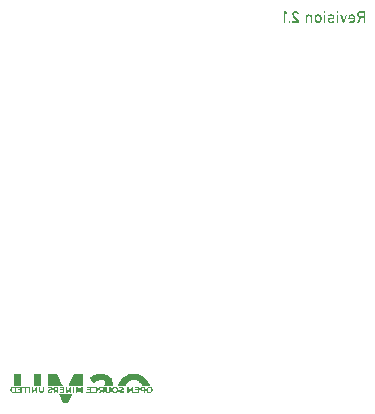
<source format=gbr>
%TF.GenerationSoftware,KiCad,Pcbnew,7.0.2*%
%TF.CreationDate,2023-12-17T17:40:20-05:00*%
%TF.ProjectId,AntSniffer,416e7453-6e69-4666-9665-722e6b696361,rev?*%
%TF.SameCoordinates,Original*%
%TF.FileFunction,Legend,Bot*%
%TF.FilePolarity,Positive*%
%FSLAX46Y46*%
G04 Gerber Fmt 4.6, Leading zero omitted, Abs format (unit mm)*
G04 Created by KiCad (PCBNEW 7.0.2) date 2023-12-17 17:40:20*
%MOMM*%
%LPD*%
G01*
G04 APERTURE LIST*
%ADD10C,0.150000*%
G04 APERTURE END LIST*
D10*
G36*
X192576685Y-39389258D02*
G01*
X192576685Y-39256634D01*
X192237676Y-39256634D01*
X192226483Y-39256262D01*
X192215711Y-39255148D01*
X192205360Y-39253291D01*
X192195429Y-39250692D01*
X192185919Y-39247349D01*
X192176830Y-39243264D01*
X192168162Y-39238436D01*
X192159915Y-39232866D01*
X192152088Y-39226552D01*
X192144682Y-39219496D01*
X192139978Y-39214380D01*
X192133387Y-39206171D01*
X192127445Y-39197481D01*
X192122150Y-39188311D01*
X192117504Y-39178659D01*
X192113506Y-39168527D01*
X192110157Y-39157914D01*
X192107456Y-39146820D01*
X192105403Y-39135245D01*
X192103998Y-39123189D01*
X192103242Y-39110653D01*
X192103098Y-39102028D01*
X192103422Y-39089217D01*
X192104394Y-39076886D01*
X192106015Y-39065037D01*
X192108284Y-39053668D01*
X192111201Y-39042780D01*
X192114767Y-39032373D01*
X192118981Y-39022447D01*
X192123843Y-39013001D01*
X192129354Y-39004037D01*
X192135512Y-38995553D01*
X192139978Y-38990165D01*
X192147104Y-38982570D01*
X192154650Y-38975722D01*
X192162617Y-38969621D01*
X192171005Y-38964267D01*
X192179813Y-38959661D01*
X192189043Y-38955801D01*
X192198693Y-38952688D01*
X192208763Y-38950323D01*
X192219255Y-38948704D01*
X192230167Y-38947833D01*
X192237676Y-38947666D01*
X192576685Y-38947666D01*
X192576685Y-38815043D01*
X192243049Y-38815043D01*
X192232296Y-38815183D01*
X192221712Y-38815604D01*
X192211298Y-38816305D01*
X192201054Y-38817287D01*
X192190980Y-38818549D01*
X192181076Y-38820092D01*
X192171342Y-38821915D01*
X192161777Y-38824019D01*
X192147749Y-38827700D01*
X192134102Y-38832013D01*
X192120838Y-38836957D01*
X192107956Y-38842531D01*
X192095456Y-38848737D01*
X192091374Y-38850946D01*
X192079448Y-38857927D01*
X192068033Y-38865406D01*
X192057128Y-38873383D01*
X192046735Y-38881858D01*
X192036852Y-38890831D01*
X192027481Y-38900302D01*
X192018620Y-38910272D01*
X192010270Y-38920739D01*
X192002431Y-38931704D01*
X191995103Y-38943167D01*
X191990502Y-38951086D01*
X191984085Y-38963328D01*
X191978300Y-38975964D01*
X191973146Y-38988996D01*
X191968623Y-39002423D01*
X191964731Y-39016244D01*
X191961470Y-39030461D01*
X191959647Y-39040158D01*
X191958104Y-39050031D01*
X191956842Y-39060079D01*
X191955860Y-39070303D01*
X191955159Y-39080703D01*
X191954738Y-39091277D01*
X191954598Y-39102028D01*
X191954740Y-39112721D01*
X191955167Y-39123247D01*
X191955878Y-39133604D01*
X191956873Y-39143793D01*
X191958152Y-39153815D01*
X191959716Y-39163669D01*
X191961564Y-39173355D01*
X191964869Y-39187568D01*
X191968814Y-39201404D01*
X191973398Y-39214862D01*
X191978623Y-39227943D01*
X191984487Y-39240645D01*
X191990990Y-39252970D01*
X191998019Y-39264809D01*
X192005550Y-39276145D01*
X192013584Y-39286980D01*
X192022120Y-39297312D01*
X192031158Y-39307141D01*
X192040698Y-39316468D01*
X192050741Y-39325293D01*
X192061286Y-39333616D01*
X192072334Y-39341436D01*
X192083884Y-39348754D01*
X192091863Y-39353354D01*
X192104148Y-39359770D01*
X192116824Y-39365556D01*
X192129891Y-39370710D01*
X192143348Y-39375233D01*
X192157196Y-39379125D01*
X192171435Y-39382385D01*
X192181145Y-39384209D01*
X192191028Y-39385751D01*
X192201085Y-39387014D01*
X192211315Y-39387995D01*
X192221720Y-39388697D01*
X192232297Y-39389117D01*
X192243049Y-39389258D01*
X192576685Y-39389258D01*
G37*
G36*
X192637501Y-39809600D02*
G01*
X192637501Y-38815043D01*
X192498038Y-38815043D01*
X192498038Y-39809600D01*
X192637501Y-39809600D01*
G37*
G36*
X192078429Y-39809600D02*
G01*
X192306064Y-39358483D01*
X192167334Y-39326976D01*
X191912833Y-39809600D01*
X192078429Y-39809600D01*
G37*
G36*
X191475638Y-39819858D02*
G01*
X191493908Y-39819535D01*
X191511656Y-39818568D01*
X191528881Y-39816955D01*
X191545583Y-39814698D01*
X191561762Y-39811796D01*
X191577418Y-39808249D01*
X191592552Y-39804056D01*
X191607163Y-39799219D01*
X191621251Y-39793737D01*
X191634816Y-39787610D01*
X191647858Y-39780838D01*
X191660377Y-39773421D01*
X191672374Y-39765359D01*
X191683847Y-39756652D01*
X191694798Y-39747300D01*
X191705226Y-39737304D01*
X191715075Y-39726682D01*
X191724289Y-39715516D01*
X191732867Y-39703807D01*
X191740809Y-39691554D01*
X191748117Y-39678757D01*
X191754788Y-39665416D01*
X191760825Y-39651531D01*
X191766226Y-39637103D01*
X191770991Y-39622131D01*
X191775122Y-39606615D01*
X191778616Y-39590555D01*
X191781476Y-39573951D01*
X191783700Y-39556803D01*
X191785288Y-39539112D01*
X191786241Y-39520877D01*
X191786559Y-39502098D01*
X191786559Y-39421986D01*
X191786483Y-39412149D01*
X191785872Y-39392896D01*
X191784651Y-39374204D01*
X191782819Y-39356072D01*
X191780377Y-39338502D01*
X191777324Y-39321493D01*
X191773660Y-39305045D01*
X191769386Y-39289158D01*
X191764501Y-39273831D01*
X191759005Y-39259066D01*
X191752899Y-39244862D01*
X191746183Y-39231219D01*
X191738855Y-39218136D01*
X191730917Y-39205615D01*
X191722369Y-39193655D01*
X191713210Y-39182256D01*
X191708401Y-39176766D01*
X191698352Y-39166237D01*
X191687805Y-39156387D01*
X191676759Y-39147217D01*
X191665216Y-39138725D01*
X191653175Y-39130914D01*
X191640635Y-39123781D01*
X191627598Y-39117327D01*
X191614063Y-39111553D01*
X191600029Y-39106459D01*
X191585498Y-39102043D01*
X191570468Y-39098307D01*
X191554940Y-39095250D01*
X191538915Y-39092873D01*
X191522391Y-39091174D01*
X191505370Y-39090155D01*
X191487850Y-39089816D01*
X191471326Y-39090200D01*
X191455278Y-39091354D01*
X191439705Y-39093276D01*
X191424606Y-39095968D01*
X191409983Y-39099428D01*
X191395835Y-39103658D01*
X191382163Y-39108656D01*
X191368965Y-39114423D01*
X191356242Y-39120960D01*
X191343995Y-39128265D01*
X191332222Y-39136339D01*
X191320925Y-39145183D01*
X191310103Y-39154795D01*
X191299756Y-39165176D01*
X191289885Y-39176326D01*
X191280488Y-39188246D01*
X191271585Y-39200860D01*
X191263257Y-39214093D01*
X191255504Y-39227948D01*
X191248324Y-39242422D01*
X191241719Y-39257516D01*
X191235688Y-39273231D01*
X191230232Y-39289565D01*
X191225350Y-39306520D01*
X191221042Y-39324095D01*
X191217309Y-39342290D01*
X191214150Y-39361106D01*
X191211566Y-39380541D01*
X191210489Y-39390491D01*
X191209555Y-39400597D01*
X191208766Y-39410857D01*
X191208119Y-39421272D01*
X191207617Y-39431843D01*
X191207258Y-39442568D01*
X191207043Y-39453449D01*
X191206971Y-39464484D01*
X191206971Y-39510890D01*
X191685442Y-39510890D01*
X191685442Y-39398783D01*
X191339595Y-39398783D01*
X191340485Y-39388154D01*
X191341629Y-39377820D01*
X191343026Y-39367782D01*
X191344678Y-39358040D01*
X191347631Y-39343982D01*
X191351155Y-39330589D01*
X191355250Y-39317861D01*
X191359916Y-39305799D01*
X191365154Y-39294402D01*
X191370962Y-39283671D01*
X191377341Y-39273605D01*
X191384291Y-39264205D01*
X191391759Y-39255519D01*
X191399690Y-39247687D01*
X191408085Y-39240710D01*
X191416943Y-39234587D01*
X191426266Y-39229318D01*
X191436051Y-39224904D01*
X191446301Y-39221344D01*
X191457014Y-39218639D01*
X191468191Y-39216788D01*
X191479832Y-39215791D01*
X191487850Y-39215601D01*
X191502289Y-39216058D01*
X191516114Y-39217430D01*
X191529326Y-39219716D01*
X191541923Y-39222917D01*
X191553907Y-39227032D01*
X191565276Y-39232062D01*
X191576031Y-39238006D01*
X191586173Y-39244864D01*
X191595701Y-39252637D01*
X191604614Y-39261325D01*
X191610216Y-39267625D01*
X191618029Y-39277713D01*
X191625073Y-39288562D01*
X191631350Y-39300170D01*
X191636857Y-39312539D01*
X191641596Y-39325667D01*
X191645567Y-39339555D01*
X191647787Y-39349236D01*
X191649666Y-39359255D01*
X191651203Y-39369611D01*
X191652398Y-39380305D01*
X191653252Y-39391337D01*
X191653764Y-39402707D01*
X191653935Y-39414415D01*
X191653935Y-39504784D01*
X191653753Y-39515646D01*
X191653206Y-39526186D01*
X191652295Y-39536406D01*
X191651020Y-39546306D01*
X191648423Y-39560554D01*
X191645006Y-39574081D01*
X191640769Y-39586886D01*
X191635712Y-39598971D01*
X191629835Y-39610334D01*
X191623139Y-39620975D01*
X191615622Y-39630896D01*
X191607285Y-39640095D01*
X191598159Y-39648519D01*
X191588368Y-39656115D01*
X191577912Y-39662882D01*
X191566790Y-39668820D01*
X191555003Y-39673930D01*
X191542550Y-39678211D01*
X191529432Y-39681664D01*
X191515648Y-39684288D01*
X191501199Y-39686083D01*
X191491196Y-39686820D01*
X191480898Y-39687188D01*
X191475638Y-39687234D01*
X191465029Y-39686967D01*
X191454450Y-39686165D01*
X191443902Y-39684830D01*
X191433384Y-39682960D01*
X191422897Y-39680555D01*
X191412440Y-39677617D01*
X191402014Y-39674144D01*
X191391618Y-39670137D01*
X191381314Y-39665649D01*
X191371285Y-39660733D01*
X191361531Y-39655391D01*
X191352051Y-39649620D01*
X191342846Y-39643423D01*
X191333916Y-39636798D01*
X191325261Y-39629745D01*
X191316880Y-39622265D01*
X191225289Y-39713856D01*
X191235295Y-39723136D01*
X191245528Y-39732017D01*
X191255988Y-39740499D01*
X191266677Y-39748581D01*
X191277592Y-39756264D01*
X191288736Y-39763547D01*
X191300107Y-39770432D01*
X191311705Y-39776917D01*
X191323531Y-39783003D01*
X191335585Y-39788689D01*
X191343747Y-39792258D01*
X191356029Y-39797191D01*
X191368327Y-39801638D01*
X191380644Y-39805600D01*
X191392977Y-39809077D01*
X191405327Y-39812068D01*
X191417695Y-39814575D01*
X191430080Y-39816596D01*
X191442482Y-39818133D01*
X191454901Y-39819184D01*
X191467337Y-39819750D01*
X191475638Y-39819858D01*
G37*
G36*
X190799085Y-39606634D02*
G01*
X190625429Y-39100074D01*
X190479860Y-39100074D01*
X190746329Y-39809600D01*
X190851842Y-39809600D01*
X191118311Y-39100074D01*
X190972742Y-39100074D01*
X190799085Y-39606634D01*
G37*
G36*
X190343572Y-38954994D02*
G01*
X190343572Y-38815775D01*
X190204110Y-38815775D01*
X190204110Y-38954994D01*
X190343572Y-38954994D01*
G37*
G36*
X190343572Y-39809600D02*
G01*
X190343572Y-39100074D01*
X190204110Y-39100074D01*
X190204110Y-39809600D01*
X190343572Y-39809600D01*
G37*
G36*
X189742002Y-39819858D02*
G01*
X189753719Y-39819750D01*
X189765301Y-39819426D01*
X189776747Y-39818887D01*
X189788057Y-39818133D01*
X189799232Y-39817162D01*
X189810272Y-39815977D01*
X189821176Y-39814575D01*
X189831945Y-39812958D01*
X189842578Y-39811125D01*
X189853075Y-39809077D01*
X189863438Y-39806813D01*
X189873664Y-39804333D01*
X189883756Y-39801638D01*
X189893711Y-39798727D01*
X189903532Y-39795600D01*
X189913216Y-39792258D01*
X189922770Y-39788671D01*
X189932199Y-39784870D01*
X189941501Y-39780855D01*
X189950677Y-39776627D01*
X189959727Y-39772185D01*
X189968652Y-39767529D01*
X189977450Y-39762659D01*
X189986123Y-39757576D01*
X189994669Y-39752279D01*
X190003090Y-39746768D01*
X190011385Y-39741044D01*
X190019554Y-39735105D01*
X190027596Y-39728954D01*
X190035513Y-39722588D01*
X190043304Y-39716009D01*
X190050969Y-39709216D01*
X189968171Y-39607366D01*
X189957330Y-39615373D01*
X189946515Y-39622997D01*
X189935726Y-39630239D01*
X189924963Y-39637099D01*
X189914225Y-39643577D01*
X189903513Y-39649673D01*
X189892827Y-39655387D01*
X189882167Y-39660718D01*
X189871532Y-39665668D01*
X189860924Y-39670235D01*
X189853865Y-39673068D01*
X189843295Y-39676952D01*
X189832742Y-39680455D01*
X189822206Y-39683576D01*
X189811688Y-39686314D01*
X189801186Y-39688670D01*
X189790702Y-39690645D01*
X189780235Y-39692237D01*
X189769785Y-39693447D01*
X189759352Y-39694275D01*
X189748936Y-39694720D01*
X189742002Y-39694805D01*
X189731815Y-39694705D01*
X189721951Y-39694405D01*
X189707765Y-39693578D01*
X189694308Y-39692301D01*
X189681581Y-39690573D01*
X189669584Y-39688394D01*
X189658317Y-39685764D01*
X189647780Y-39682684D01*
X189637972Y-39679153D01*
X189628895Y-39675171D01*
X189617927Y-39669160D01*
X189608252Y-39662348D01*
X189599868Y-39654734D01*
X189592774Y-39646319D01*
X189586969Y-39637103D01*
X189582454Y-39627085D01*
X189579230Y-39616266D01*
X189577295Y-39604645D01*
X189576650Y-39592223D01*
X189577324Y-39580425D01*
X189579345Y-39569760D01*
X189582714Y-39560227D01*
X189588536Y-39550284D01*
X189596298Y-39541972D01*
X189604249Y-39536292D01*
X189613297Y-39531382D01*
X189623192Y-39527032D01*
X189633934Y-39523244D01*
X189645522Y-39520015D01*
X189655403Y-39517836D01*
X189665825Y-39516016D01*
X189676789Y-39514554D01*
X189688066Y-39513299D01*
X189699550Y-39512096D01*
X189711239Y-39510948D01*
X189723134Y-39509852D01*
X189735236Y-39508811D01*
X189747543Y-39507822D01*
X189760057Y-39506887D01*
X189772777Y-39506006D01*
X189783516Y-39505094D01*
X189794240Y-39504067D01*
X189804948Y-39502926D01*
X189815641Y-39501670D01*
X189826319Y-39500300D01*
X189836982Y-39498816D01*
X189847630Y-39497217D01*
X189858262Y-39495503D01*
X189868711Y-39493549D01*
X189878931Y-39491229D01*
X189888922Y-39488542D01*
X189898684Y-39485489D01*
X189908217Y-39482070D01*
X189917521Y-39478284D01*
X189926596Y-39474132D01*
X189935442Y-39469613D01*
X189943957Y-39464629D01*
X189952036Y-39459080D01*
X189959680Y-39452967D01*
X189966889Y-39446288D01*
X189973663Y-39439045D01*
X189980002Y-39431237D01*
X189985905Y-39422864D01*
X189991374Y-39413926D01*
X189996240Y-39404256D01*
X190000457Y-39393807D01*
X190004025Y-39382579D01*
X190006945Y-39370573D01*
X190009215Y-39357788D01*
X190010493Y-39347689D01*
X190011405Y-39337152D01*
X190011952Y-39326177D01*
X190012135Y-39314763D01*
X190011865Y-39300881D01*
X190011055Y-39287443D01*
X190009705Y-39274449D01*
X190007815Y-39261900D01*
X190005385Y-39249796D01*
X190002415Y-39238136D01*
X189998905Y-39226921D01*
X189994855Y-39216150D01*
X189990265Y-39205825D01*
X189985134Y-39195943D01*
X189979464Y-39186506D01*
X189973254Y-39177514D01*
X189966504Y-39168967D01*
X189959214Y-39160864D01*
X189951384Y-39153205D01*
X189943014Y-39145992D01*
X189934110Y-39139189D01*
X189924677Y-39132825D01*
X189914715Y-39126901D01*
X189904225Y-39121415D01*
X189893207Y-39116368D01*
X189881659Y-39111760D01*
X189869584Y-39107590D01*
X189856979Y-39103860D01*
X189843847Y-39100568D01*
X189830185Y-39097716D01*
X189815995Y-39095302D01*
X189801277Y-39093327D01*
X189786030Y-39091791D01*
X189770254Y-39090694D01*
X189753950Y-39090035D01*
X189737117Y-39089816D01*
X189726751Y-39089905D01*
X189716475Y-39090171D01*
X189706288Y-39090614D01*
X189696191Y-39091235D01*
X189686184Y-39092034D01*
X189676266Y-39093010D01*
X189666439Y-39094164D01*
X189656700Y-39095494D01*
X189642261Y-39097824D01*
X189628024Y-39100552D01*
X189613988Y-39103680D01*
X189600154Y-39107207D01*
X189586522Y-39111133D01*
X189582023Y-39112530D01*
X189568639Y-39116954D01*
X189555413Y-39121798D01*
X189542346Y-39127063D01*
X189529438Y-39132749D01*
X189516689Y-39138856D01*
X189504099Y-39145383D01*
X189491668Y-39152331D01*
X189479395Y-39159700D01*
X189467282Y-39167489D01*
X189455327Y-39175700D01*
X189447445Y-39181407D01*
X189531465Y-39283256D01*
X189541435Y-39276995D01*
X189551380Y-39271034D01*
X189561299Y-39265374D01*
X189571192Y-39260015D01*
X189581060Y-39254956D01*
X189590902Y-39250198D01*
X189600718Y-39245740D01*
X189610508Y-39241582D01*
X189620272Y-39237725D01*
X189630011Y-39234169D01*
X189636489Y-39231965D01*
X189646131Y-39228910D01*
X189655729Y-39226155D01*
X189665285Y-39223701D01*
X189677959Y-39220896D01*
X189690556Y-39218625D01*
X189703077Y-39216888D01*
X189715522Y-39215686D01*
X189727891Y-39215018D01*
X189737117Y-39214868D01*
X189750176Y-39215083D01*
X189762608Y-39215727D01*
X189774413Y-39216800D01*
X189785592Y-39218303D01*
X189796143Y-39220235D01*
X189806068Y-39222596D01*
X189818326Y-39226412D01*
X189829470Y-39230992D01*
X189839499Y-39236335D01*
X189844096Y-39239292D01*
X189852396Y-39245715D01*
X189859590Y-39252894D01*
X189865677Y-39260828D01*
X189870657Y-39269518D01*
X189874531Y-39278963D01*
X189877297Y-39289164D01*
X189878958Y-39300120D01*
X189879511Y-39311833D01*
X189878644Y-39323287D01*
X189876042Y-39333471D01*
X189871706Y-39342384D01*
X189864454Y-39351176D01*
X189856360Y-39357336D01*
X189854842Y-39358239D01*
X189845042Y-39363116D01*
X189834143Y-39367306D01*
X189824220Y-39370273D01*
X189813535Y-39372764D01*
X189802086Y-39374777D01*
X189792377Y-39376044D01*
X189789874Y-39376313D01*
X189779700Y-39377282D01*
X189769327Y-39378236D01*
X189758756Y-39379175D01*
X189747986Y-39380098D01*
X189737018Y-39381007D01*
X189725852Y-39381900D01*
X189714487Y-39382777D01*
X189702923Y-39383640D01*
X189691852Y-39384438D01*
X189680743Y-39385365D01*
X189669596Y-39386422D01*
X189658410Y-39387609D01*
X189647186Y-39388926D01*
X189635924Y-39390372D01*
X189624624Y-39391948D01*
X189613286Y-39393654D01*
X189601986Y-39395635D01*
X189590923Y-39398035D01*
X189580096Y-39400855D01*
X189569506Y-39404095D01*
X189559152Y-39407755D01*
X189549035Y-39411835D01*
X189539155Y-39416334D01*
X189529511Y-39421253D01*
X189520161Y-39426692D01*
X189511284Y-39432748D01*
X189502881Y-39439423D01*
X189494951Y-39446716D01*
X189487493Y-39454627D01*
X189480510Y-39463156D01*
X189473999Y-39472304D01*
X189467962Y-39482070D01*
X189462523Y-39492607D01*
X189457810Y-39504067D01*
X189453822Y-39516451D01*
X189451307Y-39526345D01*
X189449200Y-39536758D01*
X189447500Y-39547691D01*
X189446209Y-39559144D01*
X189445325Y-39571116D01*
X189444849Y-39583607D01*
X189444759Y-39592223D01*
X189445049Y-39606258D01*
X189445919Y-39619846D01*
X189447369Y-39632987D01*
X189449399Y-39645682D01*
X189452010Y-39657930D01*
X189455200Y-39669732D01*
X189458970Y-39681088D01*
X189463321Y-39691997D01*
X189468252Y-39702459D01*
X189473762Y-39712475D01*
X189479853Y-39722044D01*
X189486524Y-39731167D01*
X189493775Y-39739843D01*
X189501606Y-39748073D01*
X189510017Y-39755857D01*
X189519008Y-39763193D01*
X189528552Y-39770055D01*
X189538681Y-39776474D01*
X189549397Y-39782450D01*
X189560698Y-39787984D01*
X189572584Y-39793075D01*
X189585057Y-39797723D01*
X189598115Y-39801929D01*
X189611760Y-39805692D01*
X189625990Y-39809012D01*
X189640805Y-39811889D01*
X189656207Y-39814324D01*
X189672194Y-39816316D01*
X189688768Y-39817866D01*
X189705927Y-39818972D01*
X189723672Y-39819636D01*
X189742002Y-39819858D01*
G37*
G36*
X189266950Y-38954994D02*
G01*
X189266950Y-38815775D01*
X189127487Y-38815775D01*
X189127487Y-38954994D01*
X189266950Y-38954994D01*
G37*
G36*
X189266950Y-39809600D02*
G01*
X189266950Y-39100074D01*
X189127487Y-39100074D01*
X189127487Y-39809600D01*
X189266950Y-39809600D01*
G37*
G36*
X188661318Y-39090129D02*
G01*
X188678015Y-39091068D01*
X188694222Y-39092632D01*
X188709939Y-39094823D01*
X188725165Y-39097639D01*
X188739900Y-39101082D01*
X188754146Y-39105150D01*
X188767901Y-39109844D01*
X188781165Y-39115164D01*
X188793939Y-39121109D01*
X188806223Y-39127681D01*
X188818016Y-39134879D01*
X188829319Y-39142702D01*
X188840132Y-39151151D01*
X188850454Y-39160226D01*
X188860285Y-39169927D01*
X188869543Y-39180168D01*
X188878203Y-39190921D01*
X188886266Y-39202188D01*
X188893731Y-39213968D01*
X188900600Y-39226261D01*
X188906871Y-39239067D01*
X188912545Y-39252387D01*
X188917621Y-39266220D01*
X188922101Y-39280567D01*
X188925983Y-39295426D01*
X188929268Y-39310799D01*
X188931955Y-39326686D01*
X188934046Y-39343085D01*
X188935539Y-39359998D01*
X188936435Y-39377424D01*
X188936733Y-39395364D01*
X188936733Y-39510890D01*
X188936435Y-39529012D01*
X188935539Y-39546619D01*
X188934046Y-39563710D01*
X188931955Y-39580286D01*
X188929268Y-39596347D01*
X188925983Y-39611893D01*
X188922101Y-39626923D01*
X188917621Y-39641438D01*
X188912545Y-39655438D01*
X188906871Y-39668923D01*
X188900600Y-39681893D01*
X188893731Y-39694347D01*
X188886266Y-39706287D01*
X188878203Y-39717711D01*
X188869543Y-39728620D01*
X188860285Y-39739013D01*
X188850454Y-39748803D01*
X188840132Y-39757961D01*
X188829319Y-39766488D01*
X188818016Y-39774383D01*
X188806223Y-39781646D01*
X188793939Y-39788278D01*
X188781165Y-39794278D01*
X188767901Y-39799647D01*
X188754146Y-39804384D01*
X188739900Y-39808489D01*
X188725165Y-39811963D01*
X188709939Y-39814805D01*
X188694222Y-39817016D01*
X188678015Y-39818595D01*
X188661318Y-39819542D01*
X188644131Y-39819858D01*
X188626944Y-39819544D01*
X188610249Y-39818602D01*
X188594047Y-39817033D01*
X188578338Y-39814835D01*
X188563120Y-39812010D01*
X188548395Y-39808558D01*
X188534162Y-39804477D01*
X188520422Y-39799769D01*
X188507173Y-39794433D01*
X188494417Y-39788469D01*
X188482154Y-39781877D01*
X188470382Y-39774658D01*
X188459103Y-39766810D01*
X188448316Y-39758335D01*
X188438022Y-39749232D01*
X188428220Y-39739502D01*
X188418933Y-39729200D01*
X188410245Y-39718382D01*
X188402156Y-39707050D01*
X188394667Y-39695202D01*
X188387777Y-39682839D01*
X188381486Y-39669961D01*
X188375794Y-39656568D01*
X188370701Y-39642660D01*
X188366207Y-39628236D01*
X188362312Y-39613297D01*
X188359017Y-39597843D01*
X188356321Y-39581874D01*
X188354224Y-39565389D01*
X188352726Y-39548389D01*
X188351827Y-39530875D01*
X188351528Y-39512844D01*
X188490990Y-39512844D01*
X188491029Y-39517983D01*
X188491342Y-39528045D01*
X188491968Y-39537819D01*
X188493494Y-39551939D01*
X188495723Y-39565410D01*
X188498657Y-39578234D01*
X188502295Y-39590409D01*
X188506637Y-39601936D01*
X188511683Y-39612814D01*
X188517433Y-39623045D01*
X188523888Y-39632627D01*
X188531046Y-39641560D01*
X188536182Y-39647091D01*
X188544369Y-39654718D01*
X188553135Y-39661543D01*
X188562481Y-39667564D01*
X188572406Y-39672782D01*
X188582911Y-39677198D01*
X188593996Y-39680811D01*
X188605660Y-39683621D01*
X188617904Y-39685628D01*
X188630727Y-39686832D01*
X188644131Y-39687234D01*
X188653072Y-39687055D01*
X188666012Y-39686119D01*
X188678386Y-39684379D01*
X188690192Y-39681837D01*
X188701432Y-39678492D01*
X188712105Y-39674344D01*
X188722212Y-39669393D01*
X188731752Y-39663639D01*
X188740725Y-39657082D01*
X188749131Y-39649723D01*
X188756971Y-39641560D01*
X188759450Y-39638655D01*
X188766416Y-39629505D01*
X188772674Y-39619707D01*
X188778223Y-39609260D01*
X188783063Y-39598166D01*
X188787196Y-39586423D01*
X188790620Y-39574031D01*
X188793335Y-39560992D01*
X188795342Y-39547304D01*
X188796641Y-39532968D01*
X188797113Y-39523050D01*
X188797271Y-39512844D01*
X188797271Y-39395364D01*
X188797231Y-39390226D01*
X188796917Y-39380172D01*
X188796287Y-39370413D01*
X188794752Y-39356331D01*
X188792509Y-39342913D01*
X188789557Y-39330161D01*
X188785897Y-39318075D01*
X188781529Y-39306654D01*
X188776452Y-39295898D01*
X188770666Y-39285808D01*
X188764173Y-39276384D01*
X188756971Y-39267625D01*
X188751807Y-39262153D01*
X188743590Y-39254607D01*
X188734806Y-39247856D01*
X188725455Y-39241899D01*
X188715537Y-39236736D01*
X188705053Y-39232368D01*
X188694002Y-39228794D01*
X188682384Y-39226014D01*
X188670200Y-39224028D01*
X188657448Y-39222837D01*
X188644131Y-39222440D01*
X188635131Y-39222616D01*
X188622114Y-39223543D01*
X188609677Y-39225264D01*
X188597820Y-39227779D01*
X188586542Y-39231088D01*
X188575843Y-39235192D01*
X188565725Y-39240090D01*
X188556186Y-39245782D01*
X188547226Y-39252269D01*
X188538846Y-39259550D01*
X188531046Y-39267625D01*
X188528582Y-39270470D01*
X188521658Y-39279451D01*
X188515438Y-39289098D01*
X188509923Y-39299410D01*
X188505112Y-39310387D01*
X188501004Y-39322030D01*
X188497601Y-39334338D01*
X188494902Y-39347312D01*
X188492907Y-39360951D01*
X188491616Y-39375256D01*
X188491147Y-39385162D01*
X188490990Y-39395364D01*
X188490990Y-39512844D01*
X188351528Y-39512844D01*
X188351528Y-39395364D01*
X188351827Y-39377424D01*
X188352726Y-39359998D01*
X188354224Y-39343085D01*
X188356321Y-39326686D01*
X188359017Y-39310799D01*
X188362312Y-39295426D01*
X188366207Y-39280567D01*
X188370701Y-39266220D01*
X188375794Y-39252387D01*
X188381486Y-39239067D01*
X188387777Y-39226261D01*
X188394667Y-39213968D01*
X188402156Y-39202188D01*
X188410245Y-39190921D01*
X188418933Y-39180168D01*
X188428220Y-39169927D01*
X188438022Y-39160226D01*
X188448316Y-39151151D01*
X188459103Y-39142702D01*
X188470382Y-39134879D01*
X188482154Y-39127681D01*
X188494417Y-39121109D01*
X188507173Y-39115164D01*
X188520422Y-39109844D01*
X188534162Y-39105150D01*
X188548395Y-39101082D01*
X188563120Y-39097639D01*
X188578338Y-39094823D01*
X188594047Y-39092632D01*
X188610249Y-39091068D01*
X188626944Y-39090129D01*
X188644131Y-39089816D01*
X188661318Y-39090129D01*
G37*
G36*
X188154179Y-39809600D02*
G01*
X188154179Y-39100074D01*
X188014717Y-39100074D01*
X188014717Y-39809600D01*
X188154179Y-39809600D01*
G37*
G36*
X187723579Y-39809600D02*
G01*
X187723579Y-39379732D01*
X187723918Y-39365928D01*
X187724936Y-39352724D01*
X187726632Y-39340122D01*
X187729006Y-39328121D01*
X187732059Y-39316720D01*
X187735789Y-39305921D01*
X187740199Y-39295723D01*
X187745286Y-39286126D01*
X187751052Y-39277130D01*
X187757497Y-39268735D01*
X187762170Y-39263472D01*
X187769691Y-39256139D01*
X187777783Y-39249528D01*
X187786446Y-39243637D01*
X187795681Y-39238468D01*
X187805486Y-39234020D01*
X187815862Y-39230294D01*
X187826809Y-39227288D01*
X187838328Y-39225004D01*
X187850417Y-39223441D01*
X187863077Y-39222600D01*
X187871835Y-39222440D01*
X187884385Y-39222757D01*
X187896390Y-39223711D01*
X187907849Y-39225299D01*
X187918764Y-39227523D01*
X187929133Y-39230382D01*
X187938957Y-39233877D01*
X187948235Y-39238007D01*
X187956969Y-39242773D01*
X187965157Y-39248174D01*
X187975226Y-39256364D01*
X187977592Y-39258588D01*
X187986293Y-39268086D01*
X187993834Y-39278509D01*
X188000215Y-39289855D01*
X188004239Y-39298970D01*
X188007611Y-39308605D01*
X188010330Y-39318759D01*
X188012396Y-39329433D01*
X188013810Y-39340627D01*
X188014572Y-39352340D01*
X188014717Y-39360437D01*
X188029127Y-39223661D01*
X188022812Y-39211876D01*
X188016141Y-39200611D01*
X188009114Y-39189866D01*
X188001730Y-39179640D01*
X187993990Y-39169933D01*
X187985893Y-39160746D01*
X187977440Y-39152079D01*
X187968631Y-39143931D01*
X187959466Y-39136302D01*
X187949944Y-39129193D01*
X187943398Y-39124743D01*
X187933361Y-39118501D01*
X187923128Y-39112873D01*
X187912696Y-39107859D01*
X187902067Y-39103459D01*
X187891241Y-39099673D01*
X187880217Y-39096501D01*
X187868996Y-39093943D01*
X187857577Y-39091999D01*
X187845961Y-39090669D01*
X187834147Y-39089952D01*
X187826161Y-39089816D01*
X187811925Y-39090111D01*
X187798096Y-39090995D01*
X187784676Y-39092469D01*
X187771665Y-39094533D01*
X187759061Y-39097186D01*
X187746866Y-39100429D01*
X187735080Y-39104261D01*
X187723701Y-39108684D01*
X187712731Y-39113695D01*
X187702170Y-39119297D01*
X187692017Y-39125488D01*
X187682272Y-39132268D01*
X187672935Y-39139639D01*
X187664007Y-39147598D01*
X187655487Y-39156148D01*
X187647375Y-39165287D01*
X187639715Y-39174966D01*
X187632549Y-39185135D01*
X187625877Y-39195795D01*
X187619700Y-39206946D01*
X187614016Y-39218586D01*
X187608827Y-39230717D01*
X187604132Y-39243339D01*
X187599931Y-39256451D01*
X187596225Y-39270053D01*
X187593012Y-39284145D01*
X187590294Y-39298728D01*
X187588070Y-39313802D01*
X187586341Y-39329366D01*
X187585105Y-39345420D01*
X187584364Y-39361964D01*
X187584117Y-39378999D01*
X187584117Y-39809600D01*
X187723579Y-39809600D01*
G37*
G36*
X187019427Y-39809600D02*
G01*
X187019427Y-39688699D01*
X186672847Y-39226592D01*
X186665542Y-39216601D01*
X186658650Y-39206533D01*
X186652170Y-39196390D01*
X186646102Y-39186170D01*
X186640446Y-39175873D01*
X186635203Y-39165501D01*
X186630371Y-39155052D01*
X186625952Y-39144526D01*
X186622002Y-39133978D01*
X186618579Y-39123582D01*
X186615682Y-39113339D01*
X186613312Y-39103249D01*
X186611469Y-39093312D01*
X186610152Y-39083527D01*
X186609247Y-39071510D01*
X186609099Y-39064415D01*
X186609099Y-39063193D01*
X186609406Y-39052255D01*
X186610327Y-39041790D01*
X186611862Y-39031796D01*
X186614863Y-39019206D01*
X186618956Y-39007456D01*
X186624141Y-38996545D01*
X186630417Y-38986474D01*
X186637784Y-38977242D01*
X186644026Y-38970870D01*
X186653216Y-38963142D01*
X186663321Y-38956444D01*
X186674343Y-38950777D01*
X186686280Y-38946140D01*
X186695834Y-38943339D01*
X186705903Y-38941117D01*
X186716488Y-38939475D01*
X186727587Y-38938412D01*
X186739202Y-38937929D01*
X186743188Y-38937897D01*
X186754261Y-38938212D01*
X186764947Y-38939159D01*
X186775247Y-38940737D01*
X186785160Y-38942946D01*
X186794687Y-38945786D01*
X186803827Y-38949257D01*
X186815414Y-38954867D01*
X186826313Y-38961599D01*
X186836525Y-38969453D01*
X186841374Y-38973800D01*
X186848213Y-38980794D01*
X186854532Y-38988312D01*
X186860331Y-38996353D01*
X186865611Y-39004919D01*
X186870372Y-39014008D01*
X186874613Y-39023620D01*
X186878335Y-39033757D01*
X186881537Y-39044417D01*
X186884219Y-39055601D01*
X186886383Y-39067309D01*
X186887536Y-39075406D01*
X186887536Y-39076138D01*
X187031639Y-39076138D01*
X187031639Y-39075406D01*
X187029127Y-39059573D01*
X187026171Y-39044192D01*
X187022769Y-39029264D01*
X187018923Y-39014787D01*
X187014633Y-39000764D01*
X187009898Y-38987192D01*
X187004718Y-38974072D01*
X186999094Y-38961405D01*
X186993025Y-38949190D01*
X186986512Y-38937427D01*
X186979554Y-38926117D01*
X186972151Y-38915259D01*
X186964304Y-38904852D01*
X186956012Y-38894899D01*
X186947275Y-38885397D01*
X186938094Y-38876348D01*
X186928523Y-38867770D01*
X186918616Y-38859747D01*
X186908373Y-38852276D01*
X186897794Y-38845359D01*
X186886880Y-38838996D01*
X186875629Y-38833185D01*
X186864043Y-38827928D01*
X186852121Y-38823225D01*
X186839863Y-38819075D01*
X186827269Y-38815478D01*
X186814339Y-38812434D01*
X186801074Y-38809944D01*
X186787473Y-38808007D01*
X186773536Y-38806624D01*
X186759263Y-38805794D01*
X186744654Y-38805517D01*
X186728131Y-38805781D01*
X186712086Y-38806574D01*
X186696517Y-38807896D01*
X186681426Y-38809746D01*
X186666811Y-38812124D01*
X186652674Y-38815031D01*
X186639013Y-38818467D01*
X186625830Y-38822431D01*
X186613123Y-38826924D01*
X186600894Y-38831945D01*
X186589142Y-38837495D01*
X186577867Y-38843573D01*
X186567068Y-38850180D01*
X186556747Y-38857316D01*
X186546903Y-38864980D01*
X186537536Y-38873172D01*
X186528663Y-38881848D01*
X186520363Y-38890960D01*
X186512635Y-38900509D01*
X186505479Y-38910496D01*
X186498896Y-38920919D01*
X186492885Y-38931779D01*
X186487447Y-38943076D01*
X186482581Y-38954811D01*
X186478288Y-38966982D01*
X186474567Y-38979590D01*
X186471419Y-38992635D01*
X186468843Y-39006117D01*
X186466839Y-39020036D01*
X186465408Y-39034392D01*
X186464549Y-39049185D01*
X186464263Y-39064415D01*
X186464263Y-39065147D01*
X186464456Y-39075084D01*
X186465036Y-39085111D01*
X186466002Y-39095229D01*
X186467354Y-39105436D01*
X186469093Y-39115733D01*
X186471218Y-39126121D01*
X186473730Y-39136599D01*
X186476628Y-39147167D01*
X186479912Y-39157825D01*
X186483583Y-39168574D01*
X186486245Y-39175789D01*
X186490473Y-39186552D01*
X186495006Y-39197224D01*
X186499844Y-39207807D01*
X186504987Y-39218299D01*
X186510434Y-39228701D01*
X186516187Y-39239013D01*
X186522244Y-39249235D01*
X186528606Y-39259366D01*
X186535273Y-39269408D01*
X186542244Y-39279359D01*
X186547061Y-39285943D01*
X186834780Y-39676976D01*
X186458890Y-39676976D01*
X186458890Y-39809600D01*
X187019427Y-39809600D01*
G37*
G36*
X186298422Y-39809600D02*
G01*
X186298422Y-39663298D01*
X186152121Y-39663298D01*
X186152121Y-39809600D01*
X186298422Y-39809600D01*
G37*
G36*
X185724940Y-38815775D02*
G01*
X185724940Y-39809600D01*
X185864403Y-39809600D01*
X185864403Y-38967450D01*
X186005819Y-39054156D01*
X186005819Y-38910053D01*
X185864403Y-38815775D01*
X185724940Y-38815775D01*
G37*
%TO.C,Ge*%
G36*
X165153921Y-70051083D02*
G01*
X165153921Y-70531218D01*
X164857707Y-70529642D01*
X164561492Y-70528065D01*
X164561492Y-70051083D01*
X164561492Y-69574102D01*
X164857707Y-69572525D01*
X165153921Y-69570949D01*
X165153921Y-70051083D01*
G37*
G36*
X163469347Y-70045007D02*
G01*
X163469399Y-70060947D01*
X163469593Y-70134985D01*
X163469706Y-70205369D01*
X163469740Y-70271153D01*
X163469699Y-70331395D01*
X163469583Y-70385150D01*
X163469396Y-70431472D01*
X163469143Y-70469420D01*
X163468822Y-70498048D01*
X163468440Y-70516411D01*
X163467997Y-70523566D01*
X163467857Y-70523826D01*
X163464153Y-70525598D01*
X163455147Y-70527047D01*
X163439982Y-70528191D01*
X163417802Y-70529048D01*
X163387753Y-70529637D01*
X163348977Y-70529972D01*
X163300619Y-70530073D01*
X163241822Y-70529957D01*
X163171730Y-70529643D01*
X162878386Y-70528065D01*
X162878386Y-70051083D01*
X162878386Y-69574102D01*
X163173081Y-69574102D01*
X163467776Y-69574102D01*
X163469347Y-70045007D01*
G37*
G36*
X166172740Y-69572540D02*
G01*
X166571785Y-69574102D01*
X166795408Y-70048045D01*
X166821751Y-70103907D01*
X166854178Y-70172754D01*
X166884787Y-70237833D01*
X166913201Y-70298341D01*
X166939047Y-70353475D01*
X166961949Y-70402436D01*
X166981531Y-70444418D01*
X166997420Y-70478624D01*
X167009239Y-70504248D01*
X167016615Y-70520489D01*
X167019172Y-70526546D01*
X167015703Y-70527029D01*
X167001042Y-70527638D01*
X166975645Y-70528217D01*
X166940317Y-70528759D01*
X166895857Y-70529261D01*
X166843073Y-70529714D01*
X166782765Y-70530115D01*
X166715740Y-70530455D01*
X166642797Y-70530729D01*
X166564741Y-70530934D01*
X166482376Y-70531060D01*
X166396503Y-70531104D01*
X165773693Y-70531104D01*
X165773693Y-70051040D01*
X165773693Y-69570977D01*
X166172740Y-69572540D01*
G37*
G36*
X167279355Y-71217713D02*
G01*
X167360419Y-71217750D01*
X167437766Y-71217838D01*
X167510554Y-71217971D01*
X167577937Y-71218147D01*
X167639073Y-71218361D01*
X167693116Y-71218610D01*
X167739227Y-71218891D01*
X167776558Y-71219199D01*
X167804267Y-71219529D01*
X167821512Y-71219879D01*
X167827447Y-71220245D01*
X167826642Y-71223492D01*
X167823931Y-71230417D01*
X167818997Y-71241638D01*
X167811521Y-71257813D01*
X167801182Y-71279600D01*
X167787663Y-71307659D01*
X167770644Y-71342646D01*
X167749806Y-71385221D01*
X167724831Y-71436041D01*
X167695399Y-71495766D01*
X167661192Y-71565054D01*
X167621889Y-71644564D01*
X167439344Y-72013694D01*
X167261230Y-72013586D01*
X167083113Y-72013479D01*
X166890195Y-71622968D01*
X166864035Y-71569948D01*
X166833599Y-71508080D01*
X166805141Y-71450041D01*
X166779090Y-71396713D01*
X166755873Y-71348978D01*
X166735918Y-71307719D01*
X166719654Y-71273818D01*
X166707506Y-71248157D01*
X166699904Y-71231619D01*
X166697275Y-71225084D01*
X166697727Y-71224510D01*
X166702540Y-71223270D01*
X166713089Y-71222180D01*
X166729956Y-71221227D01*
X166753726Y-71220408D01*
X166784981Y-71219714D01*
X166824305Y-71219138D01*
X166872281Y-71218670D01*
X166929492Y-71218305D01*
X166996523Y-71218033D01*
X167073956Y-71217850D01*
X167162374Y-71217745D01*
X167262361Y-71217712D01*
X167279355Y-71217713D01*
G37*
G36*
X168266475Y-69572261D02*
G01*
X168349261Y-69572540D01*
X168747990Y-69574102D01*
X168749560Y-70045007D01*
X168749612Y-70060957D01*
X168749807Y-70134993D01*
X168749920Y-70205372D01*
X168749956Y-70271152D01*
X168749916Y-70331387D01*
X168749803Y-70385135D01*
X168749619Y-70431450D01*
X168749367Y-70469389D01*
X168749050Y-70498008D01*
X168748671Y-70516362D01*
X168748232Y-70523508D01*
X168747743Y-70523996D01*
X168743233Y-70525218D01*
X168733607Y-70526301D01*
X168718277Y-70527254D01*
X168696658Y-70528081D01*
X168668164Y-70528791D01*
X168632209Y-70529391D01*
X168588206Y-70529888D01*
X168535567Y-70530288D01*
X168473707Y-70530602D01*
X168402040Y-70530831D01*
X168319980Y-70530987D01*
X168226939Y-70531075D01*
X168122334Y-70531104D01*
X168056335Y-70531083D01*
X167973055Y-70530998D01*
X167893894Y-70530848D01*
X167819654Y-70530643D01*
X167751140Y-70530383D01*
X167689154Y-70530074D01*
X167634501Y-70529722D01*
X167587983Y-70529331D01*
X167550403Y-70528905D01*
X167522567Y-70528449D01*
X167505275Y-70527969D01*
X167499333Y-70527468D01*
X167500020Y-70525609D01*
X167505048Y-70514186D01*
X167514569Y-70493252D01*
X167528126Y-70463785D01*
X167545263Y-70426757D01*
X167565521Y-70383143D01*
X167588443Y-70333919D01*
X167613574Y-70280060D01*
X167640454Y-70222539D01*
X167668627Y-70162331D01*
X167697635Y-70100411D01*
X167727022Y-70037753D01*
X167756329Y-69975334D01*
X167785101Y-69914127D01*
X167812879Y-69855105D01*
X167839206Y-69799245D01*
X167863626Y-69747521D01*
X167885679Y-69700909D01*
X167904911Y-69660380D01*
X167920864Y-69626912D01*
X167933079Y-69601479D01*
X167941099Y-69585056D01*
X167944468Y-69578617D01*
X167946201Y-69577595D01*
X167952901Y-69576171D01*
X167965098Y-69574982D01*
X167983529Y-69574015D01*
X168008935Y-69573258D01*
X168042056Y-69572704D01*
X168083632Y-69572336D01*
X168134400Y-69572147D01*
X168195101Y-69572127D01*
X168266475Y-69572261D01*
G37*
G36*
X173158458Y-69518354D02*
G01*
X173278567Y-69530190D01*
X173392949Y-69550603D01*
X173423133Y-69557692D01*
X173543406Y-69593242D01*
X173658143Y-69639332D01*
X173767710Y-69696168D01*
X173872470Y-69763957D01*
X173972789Y-69842904D01*
X174069028Y-69933217D01*
X174111060Y-69977506D01*
X174169883Y-70046242D01*
X174221256Y-70116141D01*
X174267575Y-70190562D01*
X174311235Y-70272865D01*
X174312312Y-70275056D01*
X174326013Y-70304504D01*
X174340461Y-70338010D01*
X174354960Y-70373674D01*
X174368812Y-70409596D01*
X174381324Y-70443869D01*
X174391797Y-70474597D01*
X174399537Y-70499875D01*
X174403848Y-70517802D01*
X174404034Y-70526474D01*
X174403053Y-70526801D01*
X174392511Y-70527673D01*
X174371371Y-70528483D01*
X174340776Y-70529215D01*
X174301869Y-70529850D01*
X174255795Y-70530374D01*
X174203695Y-70530768D01*
X174146714Y-70531016D01*
X174085993Y-70531104D01*
X173770813Y-70531104D01*
X173749531Y-70487051D01*
X173737324Y-70462994D01*
X173693586Y-70390592D01*
X173641466Y-70321154D01*
X173582739Y-70256516D01*
X173519179Y-70198514D01*
X173452564Y-70148984D01*
X173384664Y-70109762D01*
X173381623Y-70108274D01*
X173299249Y-70074521D01*
X173212740Y-70050825D01*
X173123687Y-70037166D01*
X173033690Y-70033521D01*
X172944342Y-70039870D01*
X172857238Y-70056194D01*
X172773975Y-70082470D01*
X172696148Y-70118678D01*
X172638766Y-70154267D01*
X172569263Y-70207916D01*
X172503770Y-70269963D01*
X172444240Y-70338333D01*
X172392625Y-70410949D01*
X172350882Y-70485734D01*
X172329059Y-70531104D01*
X172013039Y-70531104D01*
X171697017Y-70531104D01*
X171701220Y-70511356D01*
X171702232Y-70506750D01*
X171714970Y-70460745D01*
X171733547Y-70407800D01*
X171756790Y-70350520D01*
X171783526Y-70291505D01*
X171812584Y-70233357D01*
X171842791Y-70178680D01*
X171872975Y-70130074D01*
X171914690Y-70071012D01*
X171993464Y-69975072D01*
X172080515Y-69886495D01*
X172174865Y-69805952D01*
X172275535Y-69734118D01*
X172381544Y-69671662D01*
X172491914Y-69619259D01*
X172605667Y-69577580D01*
X172721822Y-69547297D01*
X172792705Y-69534446D01*
X172912631Y-69520467D01*
X173035513Y-69515107D01*
X173158458Y-69518354D01*
G37*
G36*
X170350479Y-69516563D02*
G01*
X170396965Y-69517763D01*
X170437366Y-69519749D01*
X170468659Y-69522520D01*
X170521076Y-69530090D01*
X170624404Y-69551947D01*
X170722188Y-69582024D01*
X170813711Y-69619863D01*
X170898260Y-69665006D01*
X170975120Y-69716998D01*
X171043576Y-69775382D01*
X171102915Y-69839700D01*
X171152420Y-69909498D01*
X171191377Y-69984318D01*
X171209769Y-70032086D01*
X171232531Y-70114655D01*
X171246852Y-70203000D01*
X171252433Y-70295023D01*
X171248977Y-70388626D01*
X171248584Y-70393127D01*
X171245341Y-70426667D01*
X171241803Y-70458148D01*
X171238373Y-70484216D01*
X171235453Y-70501522D01*
X171229109Y-70531104D01*
X170831621Y-70531104D01*
X170804103Y-70531097D01*
X170737183Y-70531032D01*
X170674370Y-70530897D01*
X170616669Y-70530701D01*
X170565085Y-70530449D01*
X170520625Y-70530149D01*
X170484294Y-70529806D01*
X170457098Y-70529427D01*
X170440043Y-70529018D01*
X170434134Y-70528586D01*
X170435605Y-70527272D01*
X170445519Y-70521490D01*
X170462716Y-70512486D01*
X170484777Y-70501556D01*
X170535291Y-70472650D01*
X170577274Y-70438008D01*
X170608042Y-70398823D01*
X170627677Y-70354958D01*
X170636257Y-70306279D01*
X170633865Y-70252651D01*
X170626882Y-70219589D01*
X170607285Y-70172364D01*
X170577608Y-70131260D01*
X170538400Y-70096832D01*
X170490205Y-70069634D01*
X170433573Y-70050217D01*
X170431016Y-70049574D01*
X170410958Y-70044937D01*
X170392460Y-70041792D01*
X170372784Y-70039969D01*
X170349191Y-70039303D01*
X170318941Y-70039623D01*
X170279295Y-70040763D01*
X170229457Y-70043128D01*
X170169602Y-70048658D01*
X170113953Y-70057571D01*
X170058048Y-70070623D01*
X169997430Y-70088572D01*
X169920332Y-70116718D01*
X169828831Y-70158359D01*
X169738548Y-70207963D01*
X169652800Y-70263843D01*
X169603646Y-70298724D01*
X169453512Y-70082241D01*
X169303377Y-69865760D01*
X169326455Y-69845399D01*
X169335199Y-69838092D01*
X169354822Y-69822804D01*
X169378948Y-69804855D01*
X169404219Y-69786777D01*
X169407277Y-69784645D01*
X169510488Y-69719902D01*
X169622164Y-69663060D01*
X169741243Y-69614505D01*
X169866659Y-69574622D01*
X169997352Y-69543796D01*
X170132257Y-69522415D01*
X170132448Y-69522392D01*
X170164067Y-69519647D01*
X170204698Y-69517692D01*
X170251325Y-69516527D01*
X170300926Y-69516151D01*
X170350479Y-69516563D01*
G37*
G36*
X163063710Y-70862256D02*
G01*
X163063710Y-71108340D01*
X163115358Y-71108340D01*
X163167005Y-71108340D01*
X163167005Y-71071883D01*
X163167005Y-71035426D01*
X163300681Y-71035426D01*
X163434358Y-71035426D01*
X163434358Y-70983910D01*
X163434358Y-70932393D01*
X163317391Y-70930742D01*
X163200424Y-70929092D01*
X163200424Y-70880483D01*
X163200424Y-70831875D01*
X163317391Y-70830225D01*
X163434358Y-70828574D01*
X163434358Y-70777058D01*
X163434358Y-70725542D01*
X163303719Y-70725542D01*
X163173081Y-70725542D01*
X163173081Y-70670856D01*
X163173081Y-70616170D01*
X163364482Y-70616170D01*
X163555882Y-70616170D01*
X163555882Y-70862256D01*
X163555882Y-71108340D01*
X163671329Y-71108340D01*
X163786778Y-71108340D01*
X163786778Y-70913902D01*
X163786778Y-70719466D01*
X163710579Y-70719466D01*
X163634381Y-70719466D01*
X163636146Y-70669337D01*
X163637911Y-70619208D01*
X163846020Y-70617609D01*
X164054130Y-70616010D01*
X164054130Y-70667738D01*
X164054130Y-70719466D01*
X163981216Y-70719466D01*
X163908301Y-70719466D01*
X163908301Y-70913902D01*
X163908301Y-71108340D01*
X164023749Y-71108340D01*
X164139196Y-71108340D01*
X164139196Y-70862256D01*
X164139196Y-70616170D01*
X164196921Y-70616170D01*
X164254645Y-70616170D01*
X164254645Y-70862256D01*
X164254645Y-71108340D01*
X164318445Y-71108340D01*
X164382245Y-71108340D01*
X164382245Y-70862256D01*
X164382245Y-70616170D01*
X164442910Y-70616170D01*
X164503576Y-70616170D01*
X164505191Y-70782415D01*
X164506807Y-70948658D01*
X164633459Y-70782415D01*
X164760112Y-70616170D01*
X164814226Y-70616170D01*
X164868340Y-70616170D01*
X164868340Y-70862256D01*
X164868340Y-71108340D01*
X164971838Y-71108340D01*
X165075336Y-71108340D01*
X165053866Y-71086870D01*
X165031897Y-71059779D01*
X165010601Y-71019968D01*
X164996696Y-70975884D01*
X164995784Y-70970459D01*
X164993792Y-70949365D01*
X164992152Y-70918243D01*
X164990916Y-70878592D01*
X164990136Y-70831914D01*
X164989864Y-70779708D01*
X164989864Y-70615730D01*
X165049107Y-70617469D01*
X165108349Y-70619208D01*
X165111388Y-70792379D01*
X165111499Y-70798712D01*
X165112396Y-70847847D01*
X165113248Y-70886524D01*
X165114194Y-70916267D01*
X165115372Y-70938598D01*
X165116924Y-70955034D01*
X165118985Y-70967102D01*
X165121695Y-70976319D01*
X165125192Y-70984207D01*
X165129616Y-70992288D01*
X165138543Y-71006071D01*
X165160406Y-71027142D01*
X165187799Y-71038157D01*
X165222361Y-71039960D01*
X165239450Y-71038049D01*
X165266194Y-71029531D01*
X165287264Y-71012954D01*
X165305827Y-70986278D01*
X165306424Y-70985222D01*
X165310740Y-70977238D01*
X165314127Y-70969335D01*
X165316719Y-70959983D01*
X165318648Y-70947654D01*
X165320045Y-70930816D01*
X165321043Y-70907944D01*
X165321773Y-70877507D01*
X165322368Y-70837977D01*
X165322959Y-70787822D01*
X165324901Y-70616170D01*
X165382526Y-70616170D01*
X165440151Y-70616170D01*
X165438307Y-70803164D01*
X165436464Y-70990156D01*
X165416592Y-71030500D01*
X165404127Y-71052641D01*
X165389086Y-71074310D01*
X165375366Y-71089592D01*
X165354013Y-71108340D01*
X165570636Y-71108340D01*
X165787259Y-71108340D01*
X165766423Y-71085277D01*
X165765872Y-71084663D01*
X165744718Y-71051935D01*
X165733678Y-71012733D01*
X165732876Y-70967502D01*
X165733178Y-70964450D01*
X165740261Y-70931783D01*
X165754599Y-70903841D01*
X165777168Y-70879803D01*
X165808946Y-70858842D01*
X165850909Y-70840131D01*
X165904033Y-70822846D01*
X165940258Y-70811582D01*
X165970104Y-70799632D01*
X165990018Y-70787620D01*
X166001135Y-70774844D01*
X166004589Y-70760602D01*
X166003837Y-70751831D01*
X165995125Y-70732645D01*
X165977971Y-70719364D01*
X165954025Y-70712116D01*
X165924941Y-70711038D01*
X165892372Y-70716258D01*
X165857968Y-70727910D01*
X165823384Y-70746126D01*
X165799570Y-70761159D01*
X165770751Y-70718981D01*
X165762756Y-70707167D01*
X165751419Y-70688228D01*
X165747990Y-70674843D01*
X165753231Y-70664313D01*
X165767905Y-70653935D01*
X165792775Y-70641007D01*
X165824496Y-70627089D01*
X165879637Y-70611386D01*
X165934477Y-70605908D01*
X165987120Y-70610769D01*
X166035670Y-70626087D01*
X166057927Y-70637787D01*
X166090168Y-70663974D01*
X166112072Y-70696530D01*
X166123549Y-70735295D01*
X166124505Y-70780111D01*
X166122658Y-70795193D01*
X166114622Y-70826175D01*
X166100406Y-70852109D01*
X166078815Y-70874040D01*
X166048654Y-70893019D01*
X166008731Y-70910090D01*
X165957851Y-70926303D01*
X165927046Y-70935760D01*
X165893059Y-70949052D01*
X165869819Y-70962809D01*
X165856514Y-70977734D01*
X165852331Y-70994525D01*
X165856458Y-71013887D01*
X165859952Y-71019816D01*
X165875212Y-71031143D01*
X165898423Y-71038715D01*
X165926815Y-71041443D01*
X165928139Y-71041433D01*
X165965936Y-71035420D01*
X166007314Y-71018628D01*
X166051216Y-70991482D01*
X166078846Y-70971638D01*
X166096850Y-70992899D01*
X166100154Y-70996816D01*
X166116880Y-71016959D01*
X166132793Y-71036498D01*
X166150730Y-71058837D01*
X166116167Y-71083589D01*
X166081601Y-71108340D01*
X166151525Y-71108340D01*
X166221450Y-71108340D01*
X166271531Y-71037578D01*
X166284559Y-71019120D01*
X166302990Y-70992610D01*
X166315387Y-70973881D01*
X166322470Y-70961611D01*
X166324957Y-70954480D01*
X166323567Y-70951170D01*
X166319019Y-70950360D01*
X166315804Y-70949848D01*
X166302380Y-70942592D01*
X166285826Y-70928894D01*
X166268901Y-70911503D01*
X166254367Y-70893167D01*
X166244985Y-70876638D01*
X166234416Y-70839149D01*
X166230530Y-70796529D01*
X166230585Y-70795806D01*
X166351902Y-70795806D01*
X166356770Y-70824847D01*
X166369813Y-70847804D01*
X166390013Y-70862475D01*
X166404133Y-70866518D01*
X166433986Y-70870153D01*
X166475298Y-70871369D01*
X166539295Y-70871369D01*
X166539295Y-70795418D01*
X166539295Y-70719466D01*
X166480051Y-70719499D01*
X166440502Y-70720520D01*
X166407319Y-70724345D01*
X166383364Y-70731679D01*
X166367212Y-70743216D01*
X166357436Y-70759652D01*
X166352612Y-70781684D01*
X166351902Y-70795806D01*
X166230585Y-70795806D01*
X166233773Y-70753995D01*
X166243872Y-70714982D01*
X166260549Y-70682923D01*
X166269281Y-70672078D01*
X166287661Y-70655486D01*
X166310627Y-70642262D01*
X166339422Y-70632109D01*
X166375289Y-70624727D01*
X166419475Y-70619818D01*
X166473222Y-70617080D01*
X166537774Y-70616216D01*
X166654742Y-70616170D01*
X166654742Y-70719466D01*
X166654742Y-70862256D01*
X166654742Y-71108340D01*
X166706086Y-71108340D01*
X166757430Y-71108340D01*
X166759253Y-71073402D01*
X166761075Y-71038463D01*
X166896271Y-71036828D01*
X167031466Y-71035193D01*
X167031466Y-70983662D01*
X167031466Y-70932130D01*
X166912981Y-70932130D01*
X166794494Y-70932130D01*
X166794494Y-70880483D01*
X166794494Y-70828836D01*
X166912981Y-70828836D01*
X167031466Y-70828836D01*
X167031466Y-70777190D01*
X167031466Y-70725542D01*
X166900828Y-70725542D01*
X166770190Y-70725542D01*
X166770190Y-70670856D01*
X166770190Y-70616170D01*
X166958551Y-70616170D01*
X167146913Y-70616170D01*
X167146913Y-70862256D01*
X167146913Y-71108340D01*
X167210713Y-71108340D01*
X167274514Y-71108340D01*
X167274514Y-70862256D01*
X167274514Y-70616170D01*
X167335275Y-70616170D01*
X167396038Y-70616170D01*
X167396038Y-70784018D01*
X167396038Y-70951864D01*
X167523939Y-70784018D01*
X167651839Y-70616170D01*
X167706225Y-70616170D01*
X167760610Y-70616170D01*
X167760610Y-70862256D01*
X167760610Y-71108340D01*
X167824409Y-71108340D01*
X167888210Y-71108340D01*
X167888210Y-70862256D01*
X167888210Y-70616170D01*
X167948971Y-70616170D01*
X168009733Y-70616170D01*
X168009733Y-70862256D01*
X168009733Y-71108340D01*
X168073534Y-71108340D01*
X168137334Y-71108340D01*
X168137334Y-70862080D01*
X168137334Y-70615817D01*
X168216502Y-70617513D01*
X168295670Y-70619208D01*
X168359977Y-70755922D01*
X168373830Y-70785282D01*
X168390518Y-70820384D01*
X168405046Y-70850642D01*
X168416666Y-70874511D01*
X168424634Y-70890458D01*
X168428203Y-70896936D01*
X168431253Y-70893540D01*
X168438770Y-70880510D01*
X168449967Y-70859113D01*
X168464135Y-70830747D01*
X168480562Y-70796810D01*
X168498535Y-70758704D01*
X168564946Y-70616170D01*
X168645834Y-70616170D01*
X168726723Y-70616170D01*
X168726723Y-70862256D01*
X168726723Y-71108340D01*
X168875286Y-71108340D01*
X169023850Y-71108340D01*
X169025672Y-71073402D01*
X169027494Y-71038463D01*
X169162690Y-71036828D01*
X169297885Y-71035193D01*
X169297885Y-70983662D01*
X169297885Y-70932130D01*
X169179400Y-70932130D01*
X169060914Y-70932130D01*
X169060914Y-70880483D01*
X169060914Y-70828836D01*
X169179400Y-70828836D01*
X169297885Y-70828836D01*
X169297885Y-70777190D01*
X169297885Y-70725542D01*
X169167247Y-70725542D01*
X169036609Y-70725542D01*
X169036609Y-70670856D01*
X169036609Y-70616170D01*
X169224971Y-70616170D01*
X169413333Y-70616170D01*
X169413333Y-70862256D01*
X169413333Y-71108340D01*
X169492748Y-71108340D01*
X169572161Y-71108340D01*
X169539838Y-71078332D01*
X169507514Y-71048322D01*
X169545049Y-71010476D01*
X169582584Y-70972630D01*
X169605414Y-70992674D01*
X169612892Y-70999000D01*
X169645075Y-71020073D01*
X169679508Y-71031634D01*
X169720181Y-71035159D01*
X169727679Y-71035061D01*
X169768063Y-71030018D01*
X169801475Y-71016707D01*
X169830311Y-70994237D01*
X169850315Y-70970652D01*
X169863184Y-70945536D01*
X169870025Y-70915597D01*
X169872055Y-70877444D01*
X169871530Y-70850231D01*
X169869356Y-70830438D01*
X169864741Y-70814642D01*
X169856895Y-70798739D01*
X169850403Y-70788455D01*
X169825915Y-70761057D01*
X169795697Y-70738798D01*
X169763977Y-70725029D01*
X169760941Y-70724264D01*
X169732273Y-70720718D01*
X169699753Y-70721520D01*
X169668580Y-70726260D01*
X169643953Y-70734526D01*
X169637683Y-70738039D01*
X169618744Y-70751147D01*
X169600760Y-70766369D01*
X169578558Y-70787631D01*
X169557486Y-70764181D01*
X169551272Y-70757218D01*
X169534589Y-70738180D01*
X169520508Y-70721700D01*
X169504601Y-70702670D01*
X169532309Y-70677129D01*
X169534889Y-70674787D01*
X169578271Y-70643798D01*
X169627782Y-70621859D01*
X169681213Y-70609297D01*
X169736355Y-70606437D01*
X169790995Y-70613609D01*
X169842927Y-70631139D01*
X169854933Y-70637432D01*
X169883143Y-70656638D01*
X169912216Y-70681157D01*
X169938346Y-70707619D01*
X169957727Y-70732658D01*
X169968985Y-70752649D01*
X169987081Y-70801385D01*
X169995762Y-70854354D01*
X169994967Y-70909103D01*
X169984635Y-70963183D01*
X169964705Y-71014145D01*
X169963734Y-71015963D01*
X169952265Y-71032919D01*
X169935466Y-71053404D01*
X169916612Y-71073387D01*
X169880891Y-71108340D01*
X169979784Y-71108036D01*
X170078677Y-71107733D01*
X170128805Y-71035630D01*
X170136100Y-71025080D01*
X170152940Y-71000224D01*
X170166458Y-70979564D01*
X170175425Y-70965007D01*
X170178604Y-70958462D01*
X170176036Y-70954845D01*
X170165616Y-70946051D01*
X170149973Y-70935169D01*
X170146376Y-70932784D01*
X170121376Y-70910714D01*
X170103990Y-70883011D01*
X170093383Y-70847879D01*
X170088717Y-70803514D01*
X170088444Y-70793538D01*
X170088644Y-70790408D01*
X170209315Y-70790408D01*
X170209711Y-70804130D01*
X170214378Y-70830837D01*
X170225124Y-70849386D01*
X170242975Y-70861964D01*
X170246078Y-70863303D01*
X170264127Y-70867922D01*
X170290557Y-70870542D01*
X170327200Y-70871369D01*
X170391601Y-70871369D01*
X170391601Y-70795418D01*
X170391601Y-70719466D01*
X170332358Y-70719499D01*
X170320131Y-70719575D01*
X170280563Y-70721359D01*
X170251262Y-70726099D01*
X170230856Y-70734585D01*
X170217975Y-70747605D01*
X170211251Y-70765949D01*
X170209315Y-70790408D01*
X170088644Y-70790408D01*
X170091486Y-70745988D01*
X170102478Y-70707076D01*
X170121939Y-70675919D01*
X170150383Y-70651636D01*
X170188329Y-70633343D01*
X170192753Y-70631771D01*
X170205476Y-70627850D01*
X170219262Y-70624826D01*
X170235957Y-70622537D01*
X170257413Y-70620820D01*
X170285475Y-70619513D01*
X170321994Y-70618454D01*
X170368814Y-70617480D01*
X170513125Y-70614776D01*
X170513125Y-70719466D01*
X170513125Y-70861559D01*
X170513125Y-71108340D01*
X170616632Y-71108340D01*
X170720138Y-71108340D01*
X170698785Y-71089592D01*
X170685786Y-71075234D01*
X170670732Y-71053764D01*
X170657560Y-71030499D01*
X170637687Y-70990155D01*
X170635772Y-70803164D01*
X170633857Y-70616170D01*
X170691548Y-70616170D01*
X170749239Y-70616170D01*
X170751187Y-70784784D01*
X170751768Y-70832912D01*
X170752381Y-70872400D01*
X170753140Y-70902833D01*
X170754177Y-70925783D01*
X170755630Y-70942829D01*
X170757637Y-70955544D01*
X170760330Y-70965504D01*
X170763848Y-70974285D01*
X170768325Y-70983463D01*
X170777178Y-70999210D01*
X170795845Y-71021343D01*
X170819020Y-71034335D01*
X170849538Y-71040168D01*
X170862205Y-71040601D01*
X170895726Y-71034566D01*
X170923595Y-71017835D01*
X170945337Y-70990657D01*
X170949388Y-70983235D01*
X170952743Y-70975438D01*
X170955352Y-70966078D01*
X170957347Y-70953641D01*
X170958861Y-70936616D01*
X170960026Y-70913489D01*
X170960977Y-70882749D01*
X170961845Y-70842884D01*
X170962763Y-70792379D01*
X170965801Y-70619208D01*
X171025044Y-70617469D01*
X171084286Y-70615730D01*
X171084286Y-70779708D01*
X171084240Y-70801808D01*
X171083752Y-70851917D01*
X171082778Y-70895879D01*
X171081369Y-70932195D01*
X171079577Y-70959363D01*
X171077455Y-70975884D01*
X171066401Y-71012903D01*
X171046179Y-71053691D01*
X171020285Y-71086870D01*
X170998815Y-71108340D01*
X171148231Y-71108340D01*
X171297647Y-71108340D01*
X171260858Y-71074282D01*
X171256974Y-71070629D01*
X171226075Y-71035781D01*
X171201951Y-70995466D01*
X171198292Y-70987969D01*
X171188477Y-70965650D01*
X171182436Y-70945790D01*
X171178966Y-70923518D01*
X171176863Y-70893968D01*
X171176525Y-70875601D01*
X171297872Y-70875601D01*
X171299637Y-70908503D01*
X171305524Y-70936567D01*
X171309450Y-70946967D01*
X171328454Y-70980278D01*
X171354165Y-71008574D01*
X171383556Y-71028296D01*
X171409895Y-71038391D01*
X171451025Y-71044733D01*
X171490340Y-71039237D01*
X171526977Y-71022077D01*
X171560068Y-70993421D01*
X171575801Y-70974190D01*
X171591486Y-70946504D01*
X171599878Y-70915616D01*
X171602468Y-70877444D01*
X171601050Y-70848900D01*
X171592192Y-70811110D01*
X171574079Y-70778258D01*
X171545401Y-70747353D01*
X171512430Y-70724472D01*
X171475713Y-70711585D01*
X171438074Y-70709387D01*
X171401161Y-70717506D01*
X171366625Y-70735572D01*
X171336115Y-70763212D01*
X171311278Y-70800057D01*
X171305937Y-70813575D01*
X171300036Y-70842436D01*
X171297872Y-70875601D01*
X171176525Y-70875601D01*
X171176311Y-70864015D01*
X171181630Y-70812330D01*
X171196049Y-70766532D01*
X171220408Y-70724377D01*
X171255546Y-70683619D01*
X171294796Y-70651418D01*
X171341477Y-70626687D01*
X171391484Y-70611704D01*
X171443220Y-70606202D01*
X171495085Y-70609917D01*
X171545481Y-70622582D01*
X171592807Y-70643932D01*
X171635467Y-70673703D01*
X171671862Y-70711628D01*
X171700392Y-70757443D01*
X171702604Y-70762136D01*
X171719280Y-70811859D01*
X171725823Y-70864043D01*
X171725029Y-70877444D01*
X171722705Y-70916658D01*
X171710397Y-70967680D01*
X171689367Y-71015079D01*
X171660088Y-71056825D01*
X171623030Y-71090889D01*
X171598941Y-71108340D01*
X171724888Y-71108340D01*
X171850834Y-71108340D01*
X171829727Y-71083679D01*
X171829206Y-71083068D01*
X171808257Y-71049364D01*
X171797131Y-71011186D01*
X171795917Y-70971287D01*
X171804707Y-70932416D01*
X171823590Y-70897328D01*
X171835501Y-70883926D01*
X171856504Y-70867808D01*
X171884995Y-70852652D01*
X171922505Y-70837679D01*
X171970560Y-70822105D01*
X171991427Y-70815671D01*
X172023199Y-70804596D01*
X172045314Y-70794406D01*
X172059263Y-70784150D01*
X172066537Y-70772878D01*
X172068631Y-70759639D01*
X172065268Y-70741779D01*
X172052691Y-70725277D01*
X172032210Y-70715011D01*
X172005317Y-70711159D01*
X171973507Y-70713896D01*
X171938277Y-70723399D01*
X171901120Y-70739845D01*
X171862669Y-70760263D01*
X171834216Y-70717475D01*
X171805764Y-70674685D01*
X171820231Y-70662771D01*
X171828875Y-70656290D01*
X171861085Y-70638506D01*
X171900351Y-70623564D01*
X171942930Y-70612506D01*
X171985080Y-70606378D01*
X172023059Y-70606220D01*
X172035515Y-70607574D01*
X172079697Y-70616958D01*
X172116351Y-70633444D01*
X172148003Y-70658078D01*
X172165171Y-70677177D01*
X172181023Y-70705076D01*
X172188638Y-70737416D01*
X172189054Y-70777216D01*
X172187636Y-70791662D01*
X172178649Y-70826770D01*
X172161449Y-70855950D01*
X172135098Y-70880155D01*
X172098656Y-70900344D01*
X172051184Y-70917471D01*
X172042507Y-70920068D01*
X172004959Y-70931579D01*
X171977066Y-70940803D01*
X171957091Y-70948466D01*
X171943298Y-70955299D01*
X171933947Y-70962026D01*
X171927304Y-70969379D01*
X171922113Y-70978215D01*
X171918454Y-70998920D01*
X171925084Y-71018178D01*
X171941235Y-71032494D01*
X171957260Y-71037907D01*
X171983943Y-71041088D01*
X172012863Y-71040008D01*
X172038862Y-71034556D01*
X172040581Y-71033938D01*
X172056823Y-71026367D01*
X172078255Y-71014473D01*
X172100716Y-71000547D01*
X172119887Y-70988055D01*
X172134008Y-70980716D01*
X172144964Y-70979811D01*
X172155502Y-70986059D01*
X172168369Y-71000175D01*
X172186310Y-71022875D01*
X172214640Y-71058933D01*
X172180142Y-71083637D01*
X172145643Y-71108340D01*
X172322841Y-71108340D01*
X172500040Y-71108340D01*
X172500040Y-70862256D01*
X172500040Y-70616170D01*
X172560706Y-70616170D01*
X172621373Y-70616170D01*
X172622988Y-70782264D01*
X172624603Y-70948357D01*
X172751039Y-70782264D01*
X172877475Y-70616170D01*
X172931806Y-70616170D01*
X172986137Y-70616170D01*
X172986137Y-70862256D01*
X172986137Y-71108340D01*
X173037481Y-71108340D01*
X173088825Y-71108340D01*
X173090647Y-71073402D01*
X173092470Y-71038463D01*
X173227665Y-71036828D01*
X173362861Y-71035193D01*
X173362861Y-70983662D01*
X173362861Y-70932130D01*
X173244375Y-70932130D01*
X173125889Y-70932130D01*
X173125889Y-70880483D01*
X173125889Y-70828836D01*
X173244375Y-70828836D01*
X173362861Y-70828836D01*
X173362861Y-70777308D01*
X173362861Y-70725779D01*
X173230704Y-70724141D01*
X173098546Y-70722503D01*
X173098546Y-70670856D01*
X173098546Y-70619208D01*
X173288427Y-70617603D01*
X173478308Y-70615997D01*
X173478308Y-70862169D01*
X173478308Y-71108340D01*
X173672746Y-71108340D01*
X173867185Y-71108340D01*
X173867185Y-71054582D01*
X173867185Y-71000824D01*
X173795789Y-70997113D01*
X173752026Y-70993662D01*
X173703063Y-70985650D01*
X173663603Y-70973221D01*
X173632416Y-70955820D01*
X173608272Y-70932890D01*
X173589941Y-70903874D01*
X173583766Y-70890735D01*
X173577784Y-70874665D01*
X173574377Y-70858019D01*
X173572845Y-70836938D01*
X173572489Y-70807570D01*
X173572510Y-70804576D01*
X173694014Y-70804576D01*
X173696242Y-70835025D01*
X173704513Y-70859769D01*
X173719854Y-70876728D01*
X173743268Y-70887597D01*
X173745370Y-70888183D01*
X173764454Y-70891584D01*
X173789990Y-70894094D01*
X173817055Y-70895207D01*
X173867185Y-70895673D01*
X173867185Y-70807570D01*
X173867185Y-70719466D01*
X173821267Y-70719466D01*
X173801764Y-70719843D01*
X173760114Y-70724201D01*
X173729056Y-70733518D01*
X173708184Y-70747893D01*
X173702824Y-70754281D01*
X173697287Y-70765359D01*
X173694672Y-70780839D01*
X173694014Y-70804576D01*
X173572510Y-70804576D01*
X173572640Y-70786473D01*
X173573731Y-70763111D01*
X173576471Y-70745444D01*
X173581551Y-70729636D01*
X173589657Y-70711847D01*
X173596006Y-70700088D01*
X173618191Y-70671721D01*
X173648156Y-70649389D01*
X173687937Y-70631426D01*
X173690694Y-70630470D01*
X173703854Y-70626858D01*
X173720220Y-70624036D01*
X173741578Y-70621854D01*
X173769720Y-70620165D01*
X173806435Y-70618820D01*
X173853514Y-70617670D01*
X173988709Y-70614851D01*
X173988709Y-70719466D01*
X173988709Y-70861596D01*
X173988709Y-71108340D01*
X174098426Y-71108340D01*
X174208144Y-71108340D01*
X174171357Y-71074282D01*
X174147233Y-71049322D01*
X174116286Y-71004584D01*
X174096489Y-70955265D01*
X174087576Y-70900813D01*
X174086761Y-70877675D01*
X174087969Y-70862104D01*
X174207938Y-70862104D01*
X174209112Y-70902748D01*
X174218674Y-70941782D01*
X174236260Y-70977112D01*
X174261508Y-71006648D01*
X174294054Y-71028296D01*
X174321019Y-71038596D01*
X174362087Y-71044790D01*
X174401316Y-71039093D01*
X174437964Y-71021651D01*
X174471294Y-70992615D01*
X174488576Y-70971358D01*
X174503422Y-70944584D01*
X174511293Y-70914677D01*
X174513736Y-70877444D01*
X174513476Y-70863837D01*
X174507224Y-70822649D01*
X174491833Y-70787195D01*
X174466214Y-70754657D01*
X174461159Y-70749620D01*
X174431478Y-70727054D01*
X174398604Y-70714600D01*
X174359357Y-70710959D01*
X174348334Y-70711318D01*
X174309929Y-70718275D01*
X174277295Y-70734949D01*
X174247930Y-70762497D01*
X174232205Y-70784348D01*
X174215515Y-70821940D01*
X174207938Y-70862104D01*
X174087969Y-70862104D01*
X174091062Y-70822243D01*
X174105115Y-70772818D01*
X174129490Y-70727810D01*
X174164759Y-70685628D01*
X174205146Y-70652230D01*
X174251982Y-70627193D01*
X174302055Y-70611929D01*
X174353790Y-70606186D01*
X174405611Y-70609709D01*
X174455946Y-70622245D01*
X174503215Y-70643540D01*
X174545846Y-70673340D01*
X174582262Y-70711393D01*
X174610891Y-70757443D01*
X174612444Y-70760712D01*
X174629647Y-70810778D01*
X174636581Y-70863193D01*
X174635804Y-70877444D01*
X174633706Y-70915968D01*
X174621484Y-70967125D01*
X174600379Y-71014675D01*
X174570848Y-71056634D01*
X174533354Y-71091016D01*
X174509438Y-71108340D01*
X174589341Y-71108340D01*
X174669243Y-71108340D01*
X174669243Y-71126568D01*
X174669243Y-71144798D01*
X173770064Y-71144798D01*
X172870885Y-71144798D01*
X172869267Y-70981308D01*
X172867651Y-70817819D01*
X172743428Y-70981324D01*
X172619205Y-71144830D01*
X171506922Y-71143295D01*
X170394639Y-71141759D01*
X170392949Y-71058211D01*
X170391258Y-70974664D01*
X170353027Y-70974664D01*
X170314798Y-70974664D01*
X170255745Y-71059730D01*
X170196690Y-71144798D01*
X169400944Y-71144798D01*
X168605200Y-71144798D01*
X168604697Y-70982258D01*
X168604193Y-70819723D01*
X168534987Y-70961301D01*
X168465780Y-71102880D01*
X168430676Y-71101053D01*
X168395572Y-71099226D01*
X168325696Y-70959473D01*
X168255820Y-70819723D01*
X168254201Y-70982258D01*
X168252583Y-71144798D01*
X167948970Y-71144798D01*
X167645358Y-71144798D01*
X167643740Y-70981039D01*
X167642124Y-70817281D01*
X167517780Y-70981039D01*
X167393437Y-71144798D01*
X166966365Y-71144798D01*
X166539295Y-71144798D01*
X166539295Y-71059452D01*
X166539295Y-70974109D01*
X166498464Y-70975905D01*
X166457634Y-70977702D01*
X166399726Y-71061188D01*
X166341817Y-71144674D01*
X165547452Y-71144735D01*
X164753088Y-71144798D01*
X164751472Y-70981479D01*
X164749854Y-70818161D01*
X164625851Y-70981479D01*
X164501849Y-71144798D01*
X163521503Y-71144798D01*
X162541157Y-71144798D01*
X162541157Y-71126568D01*
X162541157Y-71108340D01*
X162624097Y-71108340D01*
X162707038Y-71108340D01*
X162683340Y-71091154D01*
X162651333Y-71064053D01*
X162622473Y-71027861D01*
X162602145Y-70985216D01*
X162589132Y-70934087D01*
X162586241Y-70911608D01*
X162585833Y-70880483D01*
X162705214Y-70880483D01*
X162706520Y-70904214D01*
X162716213Y-70945857D01*
X162734763Y-70980806D01*
X162761463Y-71007917D01*
X162795602Y-71026052D01*
X162810453Y-71029965D01*
X162842047Y-71034024D01*
X162882188Y-71035426D01*
X162942186Y-71035426D01*
X162942186Y-70876561D01*
X162942186Y-70717698D01*
X162882943Y-70721313D01*
X162876173Y-70721744D01*
X162838547Y-70725096D01*
X162809884Y-70730052D01*
X162787432Y-70737481D01*
X162768439Y-70748249D01*
X162750157Y-70763226D01*
X162746958Y-70766271D01*
X162723618Y-70797210D01*
X162709777Y-70835086D01*
X162705214Y-70880483D01*
X162585833Y-70880483D01*
X162585625Y-70864606D01*
X162591299Y-70817402D01*
X162602676Y-70773823D01*
X162619171Y-70737694D01*
X162625881Y-70727611D01*
X162651030Y-70698587D01*
X162681905Y-70671834D01*
X162714075Y-70651382D01*
X162738811Y-70640408D01*
X162768498Y-70631140D01*
X162802905Y-70624373D01*
X162843869Y-70619837D01*
X162893228Y-70617263D01*
X162952819Y-70616381D01*
X163063710Y-70616170D01*
X163063710Y-70717698D01*
X163063710Y-70862256D01*
G37*
%TD*%
M02*

</source>
